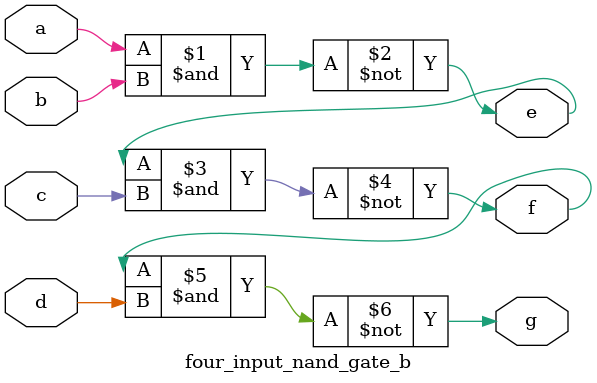
<source format=v>
`timescale 1ns / 1ps

module four_input_nand_gate_b(
    input a, b, c, d,
    output e, f, g
);
    
    assign e = ~(a & b);
    assign f = ~(e & c);
    assign g = ~(f & d);
endmodule
</source>
